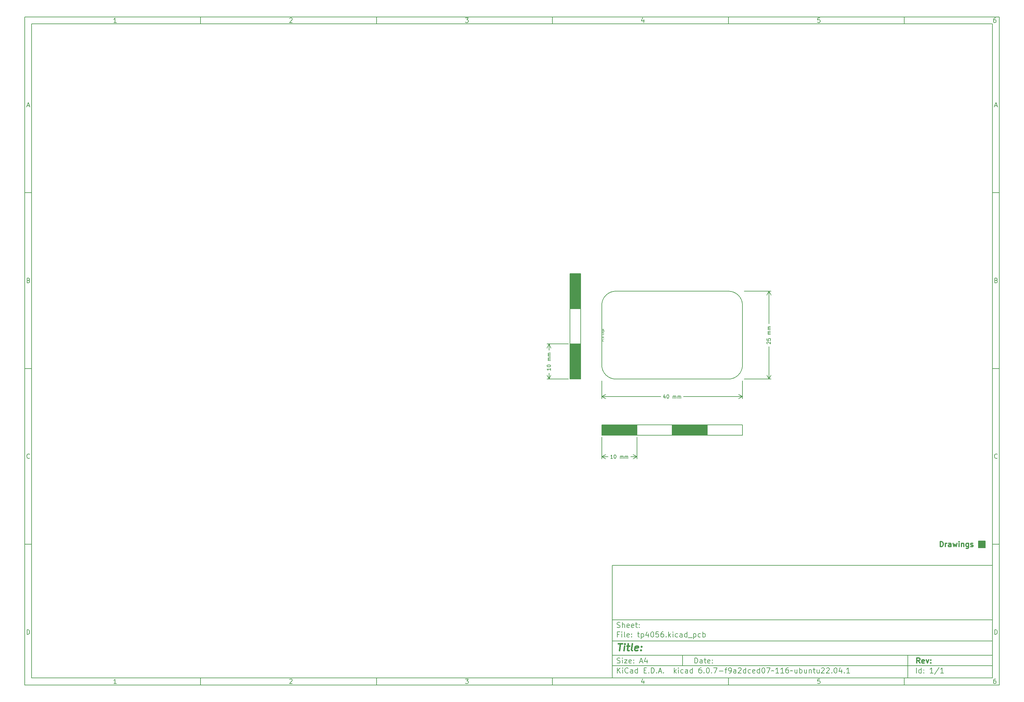
<source format=gbr>
%TF.GenerationSoftware,KiCad,Pcbnew,6.0.7-f9a2dced07~116~ubuntu22.04.1*%
%TF.CreationDate,2022-09-14T12:05:51-03:00*%
%TF.ProjectId,tp4056,74703430-3536-42e6-9b69-6361645f7063,rev?*%
%TF.SameCoordinates,Original*%
%TF.FileFunction,OtherDrawing,Comment*%
%FSLAX46Y46*%
G04 Gerber Fmt 4.6, Leading zero omitted, Abs format (unit mm)*
G04 Created by KiCad (PCBNEW 6.0.7-f9a2dced07~116~ubuntu22.04.1) date 2022-09-14 12:05:51*
%MOMM*%
%LPD*%
G01*
G04 APERTURE LIST*
%ADD10C,0.100000*%
%ADD11C,0.150000*%
%ADD12C,0.300000*%
%ADD13C,0.400000*%
%ADD14C,0.080000*%
%TA.AperFunction,Profile*%
%ADD15C,0.150000*%
%TD*%
G04 APERTURE END LIST*
D10*
D11*
X177002200Y-166007200D02*
X177002200Y-198007200D01*
X285002200Y-198007200D01*
X285002200Y-166007200D01*
X177002200Y-166007200D01*
D10*
D11*
X10000000Y-10000000D02*
X10000000Y-200007200D01*
X287002200Y-200007200D01*
X287002200Y-10000000D01*
X10000000Y-10000000D01*
D10*
D11*
X12000000Y-12000000D02*
X12000000Y-198007200D01*
X285002200Y-198007200D01*
X285002200Y-12000000D01*
X12000000Y-12000000D01*
D10*
D11*
X60000000Y-12000000D02*
X60000000Y-10000000D01*
D10*
D11*
X110000000Y-12000000D02*
X110000000Y-10000000D01*
D10*
D11*
X160000000Y-12000000D02*
X160000000Y-10000000D01*
D10*
D11*
X210000000Y-12000000D02*
X210000000Y-10000000D01*
D10*
D11*
X260000000Y-12000000D02*
X260000000Y-10000000D01*
D10*
D11*
X36065476Y-11588095D02*
X35322619Y-11588095D01*
X35694047Y-11588095D02*
X35694047Y-10288095D01*
X35570238Y-10473809D01*
X35446428Y-10597619D01*
X35322619Y-10659523D01*
D10*
D11*
X85322619Y-10411904D02*
X85384523Y-10350000D01*
X85508333Y-10288095D01*
X85817857Y-10288095D01*
X85941666Y-10350000D01*
X86003571Y-10411904D01*
X86065476Y-10535714D01*
X86065476Y-10659523D01*
X86003571Y-10845238D01*
X85260714Y-11588095D01*
X86065476Y-11588095D01*
D10*
D11*
X135260714Y-10288095D02*
X136065476Y-10288095D01*
X135632142Y-10783333D01*
X135817857Y-10783333D01*
X135941666Y-10845238D01*
X136003571Y-10907142D01*
X136065476Y-11030952D01*
X136065476Y-11340476D01*
X136003571Y-11464285D01*
X135941666Y-11526190D01*
X135817857Y-11588095D01*
X135446428Y-11588095D01*
X135322619Y-11526190D01*
X135260714Y-11464285D01*
D10*
D11*
X185941666Y-10721428D02*
X185941666Y-11588095D01*
X185632142Y-10226190D02*
X185322619Y-11154761D01*
X186127380Y-11154761D01*
D10*
D11*
X236003571Y-10288095D02*
X235384523Y-10288095D01*
X235322619Y-10907142D01*
X235384523Y-10845238D01*
X235508333Y-10783333D01*
X235817857Y-10783333D01*
X235941666Y-10845238D01*
X236003571Y-10907142D01*
X236065476Y-11030952D01*
X236065476Y-11340476D01*
X236003571Y-11464285D01*
X235941666Y-11526190D01*
X235817857Y-11588095D01*
X235508333Y-11588095D01*
X235384523Y-11526190D01*
X235322619Y-11464285D01*
D10*
D11*
X285941666Y-10288095D02*
X285694047Y-10288095D01*
X285570238Y-10350000D01*
X285508333Y-10411904D01*
X285384523Y-10597619D01*
X285322619Y-10845238D01*
X285322619Y-11340476D01*
X285384523Y-11464285D01*
X285446428Y-11526190D01*
X285570238Y-11588095D01*
X285817857Y-11588095D01*
X285941666Y-11526190D01*
X286003571Y-11464285D01*
X286065476Y-11340476D01*
X286065476Y-11030952D01*
X286003571Y-10907142D01*
X285941666Y-10845238D01*
X285817857Y-10783333D01*
X285570238Y-10783333D01*
X285446428Y-10845238D01*
X285384523Y-10907142D01*
X285322619Y-11030952D01*
D10*
D11*
X60000000Y-198007200D02*
X60000000Y-200007200D01*
D10*
D11*
X110000000Y-198007200D02*
X110000000Y-200007200D01*
D10*
D11*
X160000000Y-198007200D02*
X160000000Y-200007200D01*
D10*
D11*
X210000000Y-198007200D02*
X210000000Y-200007200D01*
D10*
D11*
X260000000Y-198007200D02*
X260000000Y-200007200D01*
D10*
D11*
X36065476Y-199595295D02*
X35322619Y-199595295D01*
X35694047Y-199595295D02*
X35694047Y-198295295D01*
X35570238Y-198481009D01*
X35446428Y-198604819D01*
X35322619Y-198666723D01*
D10*
D11*
X85322619Y-198419104D02*
X85384523Y-198357200D01*
X85508333Y-198295295D01*
X85817857Y-198295295D01*
X85941666Y-198357200D01*
X86003571Y-198419104D01*
X86065476Y-198542914D01*
X86065476Y-198666723D01*
X86003571Y-198852438D01*
X85260714Y-199595295D01*
X86065476Y-199595295D01*
D10*
D11*
X135260714Y-198295295D02*
X136065476Y-198295295D01*
X135632142Y-198790533D01*
X135817857Y-198790533D01*
X135941666Y-198852438D01*
X136003571Y-198914342D01*
X136065476Y-199038152D01*
X136065476Y-199347676D01*
X136003571Y-199471485D01*
X135941666Y-199533390D01*
X135817857Y-199595295D01*
X135446428Y-199595295D01*
X135322619Y-199533390D01*
X135260714Y-199471485D01*
D10*
D11*
X185941666Y-198728628D02*
X185941666Y-199595295D01*
X185632142Y-198233390D02*
X185322619Y-199161961D01*
X186127380Y-199161961D01*
D10*
D11*
X236003571Y-198295295D02*
X235384523Y-198295295D01*
X235322619Y-198914342D01*
X235384523Y-198852438D01*
X235508333Y-198790533D01*
X235817857Y-198790533D01*
X235941666Y-198852438D01*
X236003571Y-198914342D01*
X236065476Y-199038152D01*
X236065476Y-199347676D01*
X236003571Y-199471485D01*
X235941666Y-199533390D01*
X235817857Y-199595295D01*
X235508333Y-199595295D01*
X235384523Y-199533390D01*
X235322619Y-199471485D01*
D10*
D11*
X285941666Y-198295295D02*
X285694047Y-198295295D01*
X285570238Y-198357200D01*
X285508333Y-198419104D01*
X285384523Y-198604819D01*
X285322619Y-198852438D01*
X285322619Y-199347676D01*
X285384523Y-199471485D01*
X285446428Y-199533390D01*
X285570238Y-199595295D01*
X285817857Y-199595295D01*
X285941666Y-199533390D01*
X286003571Y-199471485D01*
X286065476Y-199347676D01*
X286065476Y-199038152D01*
X286003571Y-198914342D01*
X285941666Y-198852438D01*
X285817857Y-198790533D01*
X285570238Y-198790533D01*
X285446428Y-198852438D01*
X285384523Y-198914342D01*
X285322619Y-199038152D01*
D10*
D11*
X10000000Y-60000000D02*
X12000000Y-60000000D01*
D10*
D11*
X10000000Y-110000000D02*
X12000000Y-110000000D01*
D10*
D11*
X10000000Y-160000000D02*
X12000000Y-160000000D01*
D10*
D11*
X10690476Y-35216666D02*
X11309523Y-35216666D01*
X10566666Y-35588095D02*
X11000000Y-34288095D01*
X11433333Y-35588095D01*
D10*
D11*
X11092857Y-84907142D02*
X11278571Y-84969047D01*
X11340476Y-85030952D01*
X11402380Y-85154761D01*
X11402380Y-85340476D01*
X11340476Y-85464285D01*
X11278571Y-85526190D01*
X11154761Y-85588095D01*
X10659523Y-85588095D01*
X10659523Y-84288095D01*
X11092857Y-84288095D01*
X11216666Y-84350000D01*
X11278571Y-84411904D01*
X11340476Y-84535714D01*
X11340476Y-84659523D01*
X11278571Y-84783333D01*
X11216666Y-84845238D01*
X11092857Y-84907142D01*
X10659523Y-84907142D01*
D10*
D11*
X11402380Y-135464285D02*
X11340476Y-135526190D01*
X11154761Y-135588095D01*
X11030952Y-135588095D01*
X10845238Y-135526190D01*
X10721428Y-135402380D01*
X10659523Y-135278571D01*
X10597619Y-135030952D01*
X10597619Y-134845238D01*
X10659523Y-134597619D01*
X10721428Y-134473809D01*
X10845238Y-134350000D01*
X11030952Y-134288095D01*
X11154761Y-134288095D01*
X11340476Y-134350000D01*
X11402380Y-134411904D01*
D10*
D11*
X10659523Y-185588095D02*
X10659523Y-184288095D01*
X10969047Y-184288095D01*
X11154761Y-184350000D01*
X11278571Y-184473809D01*
X11340476Y-184597619D01*
X11402380Y-184845238D01*
X11402380Y-185030952D01*
X11340476Y-185278571D01*
X11278571Y-185402380D01*
X11154761Y-185526190D01*
X10969047Y-185588095D01*
X10659523Y-185588095D01*
D10*
D11*
X287002200Y-60000000D02*
X285002200Y-60000000D01*
D10*
D11*
X287002200Y-110000000D02*
X285002200Y-110000000D01*
D10*
D11*
X287002200Y-160000000D02*
X285002200Y-160000000D01*
D10*
D11*
X285692676Y-35216666D02*
X286311723Y-35216666D01*
X285568866Y-35588095D02*
X286002200Y-34288095D01*
X286435533Y-35588095D01*
D10*
D11*
X286095057Y-84907142D02*
X286280771Y-84969047D01*
X286342676Y-85030952D01*
X286404580Y-85154761D01*
X286404580Y-85340476D01*
X286342676Y-85464285D01*
X286280771Y-85526190D01*
X286156961Y-85588095D01*
X285661723Y-85588095D01*
X285661723Y-84288095D01*
X286095057Y-84288095D01*
X286218866Y-84350000D01*
X286280771Y-84411904D01*
X286342676Y-84535714D01*
X286342676Y-84659523D01*
X286280771Y-84783333D01*
X286218866Y-84845238D01*
X286095057Y-84907142D01*
X285661723Y-84907142D01*
D10*
D11*
X286404580Y-135464285D02*
X286342676Y-135526190D01*
X286156961Y-135588095D01*
X286033152Y-135588095D01*
X285847438Y-135526190D01*
X285723628Y-135402380D01*
X285661723Y-135278571D01*
X285599819Y-135030952D01*
X285599819Y-134845238D01*
X285661723Y-134597619D01*
X285723628Y-134473809D01*
X285847438Y-134350000D01*
X286033152Y-134288095D01*
X286156961Y-134288095D01*
X286342676Y-134350000D01*
X286404580Y-134411904D01*
D10*
D11*
X285661723Y-185588095D02*
X285661723Y-184288095D01*
X285971247Y-184288095D01*
X286156961Y-184350000D01*
X286280771Y-184473809D01*
X286342676Y-184597619D01*
X286404580Y-184845238D01*
X286404580Y-185030952D01*
X286342676Y-185278571D01*
X286280771Y-185402380D01*
X286156961Y-185526190D01*
X285971247Y-185588095D01*
X285661723Y-185588095D01*
D10*
D11*
X200434342Y-193785771D02*
X200434342Y-192285771D01*
X200791485Y-192285771D01*
X201005771Y-192357200D01*
X201148628Y-192500057D01*
X201220057Y-192642914D01*
X201291485Y-192928628D01*
X201291485Y-193142914D01*
X201220057Y-193428628D01*
X201148628Y-193571485D01*
X201005771Y-193714342D01*
X200791485Y-193785771D01*
X200434342Y-193785771D01*
X202577200Y-193785771D02*
X202577200Y-193000057D01*
X202505771Y-192857200D01*
X202362914Y-192785771D01*
X202077200Y-192785771D01*
X201934342Y-192857200D01*
X202577200Y-193714342D02*
X202434342Y-193785771D01*
X202077200Y-193785771D01*
X201934342Y-193714342D01*
X201862914Y-193571485D01*
X201862914Y-193428628D01*
X201934342Y-193285771D01*
X202077200Y-193214342D01*
X202434342Y-193214342D01*
X202577200Y-193142914D01*
X203077200Y-192785771D02*
X203648628Y-192785771D01*
X203291485Y-192285771D02*
X203291485Y-193571485D01*
X203362914Y-193714342D01*
X203505771Y-193785771D01*
X203648628Y-193785771D01*
X204720057Y-193714342D02*
X204577200Y-193785771D01*
X204291485Y-193785771D01*
X204148628Y-193714342D01*
X204077200Y-193571485D01*
X204077200Y-193000057D01*
X204148628Y-192857200D01*
X204291485Y-192785771D01*
X204577200Y-192785771D01*
X204720057Y-192857200D01*
X204791485Y-193000057D01*
X204791485Y-193142914D01*
X204077200Y-193285771D01*
X205434342Y-193642914D02*
X205505771Y-193714342D01*
X205434342Y-193785771D01*
X205362914Y-193714342D01*
X205434342Y-193642914D01*
X205434342Y-193785771D01*
X205434342Y-192857200D02*
X205505771Y-192928628D01*
X205434342Y-193000057D01*
X205362914Y-192928628D01*
X205434342Y-192857200D01*
X205434342Y-193000057D01*
D10*
D11*
X177002200Y-194507200D02*
X285002200Y-194507200D01*
D10*
D11*
X178434342Y-196585771D02*
X178434342Y-195085771D01*
X179291485Y-196585771D02*
X178648628Y-195728628D01*
X179291485Y-195085771D02*
X178434342Y-195942914D01*
X179934342Y-196585771D02*
X179934342Y-195585771D01*
X179934342Y-195085771D02*
X179862914Y-195157200D01*
X179934342Y-195228628D01*
X180005771Y-195157200D01*
X179934342Y-195085771D01*
X179934342Y-195228628D01*
X181505771Y-196442914D02*
X181434342Y-196514342D01*
X181220057Y-196585771D01*
X181077200Y-196585771D01*
X180862914Y-196514342D01*
X180720057Y-196371485D01*
X180648628Y-196228628D01*
X180577200Y-195942914D01*
X180577200Y-195728628D01*
X180648628Y-195442914D01*
X180720057Y-195300057D01*
X180862914Y-195157200D01*
X181077200Y-195085771D01*
X181220057Y-195085771D01*
X181434342Y-195157200D01*
X181505771Y-195228628D01*
X182791485Y-196585771D02*
X182791485Y-195800057D01*
X182720057Y-195657200D01*
X182577200Y-195585771D01*
X182291485Y-195585771D01*
X182148628Y-195657200D01*
X182791485Y-196514342D02*
X182648628Y-196585771D01*
X182291485Y-196585771D01*
X182148628Y-196514342D01*
X182077200Y-196371485D01*
X182077200Y-196228628D01*
X182148628Y-196085771D01*
X182291485Y-196014342D01*
X182648628Y-196014342D01*
X182791485Y-195942914D01*
X184148628Y-196585771D02*
X184148628Y-195085771D01*
X184148628Y-196514342D02*
X184005771Y-196585771D01*
X183720057Y-196585771D01*
X183577200Y-196514342D01*
X183505771Y-196442914D01*
X183434342Y-196300057D01*
X183434342Y-195871485D01*
X183505771Y-195728628D01*
X183577200Y-195657200D01*
X183720057Y-195585771D01*
X184005771Y-195585771D01*
X184148628Y-195657200D01*
X186005771Y-195800057D02*
X186505771Y-195800057D01*
X186720057Y-196585771D02*
X186005771Y-196585771D01*
X186005771Y-195085771D01*
X186720057Y-195085771D01*
X187362914Y-196442914D02*
X187434342Y-196514342D01*
X187362914Y-196585771D01*
X187291485Y-196514342D01*
X187362914Y-196442914D01*
X187362914Y-196585771D01*
X188077200Y-196585771D02*
X188077200Y-195085771D01*
X188434342Y-195085771D01*
X188648628Y-195157200D01*
X188791485Y-195300057D01*
X188862914Y-195442914D01*
X188934342Y-195728628D01*
X188934342Y-195942914D01*
X188862914Y-196228628D01*
X188791485Y-196371485D01*
X188648628Y-196514342D01*
X188434342Y-196585771D01*
X188077200Y-196585771D01*
X189577200Y-196442914D02*
X189648628Y-196514342D01*
X189577200Y-196585771D01*
X189505771Y-196514342D01*
X189577200Y-196442914D01*
X189577200Y-196585771D01*
X190220057Y-196157200D02*
X190934342Y-196157200D01*
X190077200Y-196585771D02*
X190577200Y-195085771D01*
X191077200Y-196585771D01*
X191577200Y-196442914D02*
X191648628Y-196514342D01*
X191577200Y-196585771D01*
X191505771Y-196514342D01*
X191577200Y-196442914D01*
X191577200Y-196585771D01*
X194577200Y-196585771D02*
X194577200Y-195085771D01*
X194720057Y-196014342D02*
X195148628Y-196585771D01*
X195148628Y-195585771D02*
X194577200Y-196157200D01*
X195791485Y-196585771D02*
X195791485Y-195585771D01*
X195791485Y-195085771D02*
X195720057Y-195157200D01*
X195791485Y-195228628D01*
X195862914Y-195157200D01*
X195791485Y-195085771D01*
X195791485Y-195228628D01*
X197148628Y-196514342D02*
X197005771Y-196585771D01*
X196720057Y-196585771D01*
X196577200Y-196514342D01*
X196505771Y-196442914D01*
X196434342Y-196300057D01*
X196434342Y-195871485D01*
X196505771Y-195728628D01*
X196577200Y-195657200D01*
X196720057Y-195585771D01*
X197005771Y-195585771D01*
X197148628Y-195657200D01*
X198434342Y-196585771D02*
X198434342Y-195800057D01*
X198362914Y-195657200D01*
X198220057Y-195585771D01*
X197934342Y-195585771D01*
X197791485Y-195657200D01*
X198434342Y-196514342D02*
X198291485Y-196585771D01*
X197934342Y-196585771D01*
X197791485Y-196514342D01*
X197720057Y-196371485D01*
X197720057Y-196228628D01*
X197791485Y-196085771D01*
X197934342Y-196014342D01*
X198291485Y-196014342D01*
X198434342Y-195942914D01*
X199791485Y-196585771D02*
X199791485Y-195085771D01*
X199791485Y-196514342D02*
X199648628Y-196585771D01*
X199362914Y-196585771D01*
X199220057Y-196514342D01*
X199148628Y-196442914D01*
X199077200Y-196300057D01*
X199077200Y-195871485D01*
X199148628Y-195728628D01*
X199220057Y-195657200D01*
X199362914Y-195585771D01*
X199648628Y-195585771D01*
X199791485Y-195657200D01*
X202291485Y-195085771D02*
X202005771Y-195085771D01*
X201862914Y-195157200D01*
X201791485Y-195228628D01*
X201648628Y-195442914D01*
X201577200Y-195728628D01*
X201577200Y-196300057D01*
X201648628Y-196442914D01*
X201720057Y-196514342D01*
X201862914Y-196585771D01*
X202148628Y-196585771D01*
X202291485Y-196514342D01*
X202362914Y-196442914D01*
X202434342Y-196300057D01*
X202434342Y-195942914D01*
X202362914Y-195800057D01*
X202291485Y-195728628D01*
X202148628Y-195657200D01*
X201862914Y-195657200D01*
X201720057Y-195728628D01*
X201648628Y-195800057D01*
X201577200Y-195942914D01*
X203077200Y-196442914D02*
X203148628Y-196514342D01*
X203077200Y-196585771D01*
X203005771Y-196514342D01*
X203077200Y-196442914D01*
X203077200Y-196585771D01*
X204077200Y-195085771D02*
X204220057Y-195085771D01*
X204362914Y-195157200D01*
X204434342Y-195228628D01*
X204505771Y-195371485D01*
X204577200Y-195657200D01*
X204577200Y-196014342D01*
X204505771Y-196300057D01*
X204434342Y-196442914D01*
X204362914Y-196514342D01*
X204220057Y-196585771D01*
X204077200Y-196585771D01*
X203934342Y-196514342D01*
X203862914Y-196442914D01*
X203791485Y-196300057D01*
X203720057Y-196014342D01*
X203720057Y-195657200D01*
X203791485Y-195371485D01*
X203862914Y-195228628D01*
X203934342Y-195157200D01*
X204077200Y-195085771D01*
X205220057Y-196442914D02*
X205291485Y-196514342D01*
X205220057Y-196585771D01*
X205148628Y-196514342D01*
X205220057Y-196442914D01*
X205220057Y-196585771D01*
X205791485Y-195085771D02*
X206791485Y-195085771D01*
X206148628Y-196585771D01*
X207362914Y-196014342D02*
X208505771Y-196014342D01*
X209005771Y-195585771D02*
X209577200Y-195585771D01*
X209220057Y-196585771D02*
X209220057Y-195300057D01*
X209291485Y-195157200D01*
X209434342Y-195085771D01*
X209577200Y-195085771D01*
X210148628Y-196585771D02*
X210434342Y-196585771D01*
X210577200Y-196514342D01*
X210648628Y-196442914D01*
X210791485Y-196228628D01*
X210862914Y-195942914D01*
X210862914Y-195371485D01*
X210791485Y-195228628D01*
X210720057Y-195157200D01*
X210577200Y-195085771D01*
X210291485Y-195085771D01*
X210148628Y-195157200D01*
X210077200Y-195228628D01*
X210005771Y-195371485D01*
X210005771Y-195728628D01*
X210077200Y-195871485D01*
X210148628Y-195942914D01*
X210291485Y-196014342D01*
X210577200Y-196014342D01*
X210720057Y-195942914D01*
X210791485Y-195871485D01*
X210862914Y-195728628D01*
X212148628Y-196585771D02*
X212148628Y-195800057D01*
X212077200Y-195657200D01*
X211934342Y-195585771D01*
X211648628Y-195585771D01*
X211505771Y-195657200D01*
X212148628Y-196514342D02*
X212005771Y-196585771D01*
X211648628Y-196585771D01*
X211505771Y-196514342D01*
X211434342Y-196371485D01*
X211434342Y-196228628D01*
X211505771Y-196085771D01*
X211648628Y-196014342D01*
X212005771Y-196014342D01*
X212148628Y-195942914D01*
X212791485Y-195228628D02*
X212862914Y-195157200D01*
X213005771Y-195085771D01*
X213362914Y-195085771D01*
X213505771Y-195157200D01*
X213577200Y-195228628D01*
X213648628Y-195371485D01*
X213648628Y-195514342D01*
X213577200Y-195728628D01*
X212720057Y-196585771D01*
X213648628Y-196585771D01*
X214934342Y-196585771D02*
X214934342Y-195085771D01*
X214934342Y-196514342D02*
X214791485Y-196585771D01*
X214505771Y-196585771D01*
X214362914Y-196514342D01*
X214291485Y-196442914D01*
X214220057Y-196300057D01*
X214220057Y-195871485D01*
X214291485Y-195728628D01*
X214362914Y-195657200D01*
X214505771Y-195585771D01*
X214791485Y-195585771D01*
X214934342Y-195657200D01*
X216291485Y-196514342D02*
X216148628Y-196585771D01*
X215862914Y-196585771D01*
X215720057Y-196514342D01*
X215648628Y-196442914D01*
X215577200Y-196300057D01*
X215577200Y-195871485D01*
X215648628Y-195728628D01*
X215720057Y-195657200D01*
X215862914Y-195585771D01*
X216148628Y-195585771D01*
X216291485Y-195657200D01*
X217505771Y-196514342D02*
X217362914Y-196585771D01*
X217077200Y-196585771D01*
X216934342Y-196514342D01*
X216862914Y-196371485D01*
X216862914Y-195800057D01*
X216934342Y-195657200D01*
X217077200Y-195585771D01*
X217362914Y-195585771D01*
X217505771Y-195657200D01*
X217577200Y-195800057D01*
X217577200Y-195942914D01*
X216862914Y-196085771D01*
X218862914Y-196585771D02*
X218862914Y-195085771D01*
X218862914Y-196514342D02*
X218720057Y-196585771D01*
X218434342Y-196585771D01*
X218291485Y-196514342D01*
X218220057Y-196442914D01*
X218148628Y-196300057D01*
X218148628Y-195871485D01*
X218220057Y-195728628D01*
X218291485Y-195657200D01*
X218434342Y-195585771D01*
X218720057Y-195585771D01*
X218862914Y-195657200D01*
X219862914Y-195085771D02*
X220005771Y-195085771D01*
X220148628Y-195157200D01*
X220220057Y-195228628D01*
X220291485Y-195371485D01*
X220362914Y-195657200D01*
X220362914Y-196014342D01*
X220291485Y-196300057D01*
X220220057Y-196442914D01*
X220148628Y-196514342D01*
X220005771Y-196585771D01*
X219862914Y-196585771D01*
X219720057Y-196514342D01*
X219648628Y-196442914D01*
X219577200Y-196300057D01*
X219505771Y-196014342D01*
X219505771Y-195657200D01*
X219577200Y-195371485D01*
X219648628Y-195228628D01*
X219720057Y-195157200D01*
X219862914Y-195085771D01*
X220862914Y-195085771D02*
X221862914Y-195085771D01*
X221220057Y-196585771D01*
X222220057Y-196014342D02*
X222291485Y-195942914D01*
X222434342Y-195871485D01*
X222720057Y-196014342D01*
X222862914Y-195942914D01*
X222934342Y-195871485D01*
X224291485Y-196585771D02*
X223434342Y-196585771D01*
X223862914Y-196585771D02*
X223862914Y-195085771D01*
X223720057Y-195300057D01*
X223577200Y-195442914D01*
X223434342Y-195514342D01*
X225720057Y-196585771D02*
X224862914Y-196585771D01*
X225291485Y-196585771D02*
X225291485Y-195085771D01*
X225148628Y-195300057D01*
X225005771Y-195442914D01*
X224862914Y-195514342D01*
X227005771Y-195085771D02*
X226720057Y-195085771D01*
X226577200Y-195157200D01*
X226505771Y-195228628D01*
X226362914Y-195442914D01*
X226291485Y-195728628D01*
X226291485Y-196300057D01*
X226362914Y-196442914D01*
X226434342Y-196514342D01*
X226577200Y-196585771D01*
X226862914Y-196585771D01*
X227005771Y-196514342D01*
X227077200Y-196442914D01*
X227148628Y-196300057D01*
X227148628Y-195942914D01*
X227077200Y-195800057D01*
X227005771Y-195728628D01*
X226862914Y-195657200D01*
X226577200Y-195657200D01*
X226434342Y-195728628D01*
X226362914Y-195800057D01*
X226291485Y-195942914D01*
X227577199Y-196014342D02*
X227648628Y-195942914D01*
X227791485Y-195871485D01*
X228077199Y-196014342D01*
X228220057Y-195942914D01*
X228291485Y-195871485D01*
X229505771Y-195585771D02*
X229505771Y-196585771D01*
X228862914Y-195585771D02*
X228862914Y-196371485D01*
X228934342Y-196514342D01*
X229077200Y-196585771D01*
X229291485Y-196585771D01*
X229434342Y-196514342D01*
X229505771Y-196442914D01*
X230220057Y-196585771D02*
X230220057Y-195085771D01*
X230220057Y-195657200D02*
X230362914Y-195585771D01*
X230648628Y-195585771D01*
X230791485Y-195657200D01*
X230862914Y-195728628D01*
X230934342Y-195871485D01*
X230934342Y-196300057D01*
X230862914Y-196442914D01*
X230791485Y-196514342D01*
X230648628Y-196585771D01*
X230362914Y-196585771D01*
X230220057Y-196514342D01*
X232220057Y-195585771D02*
X232220057Y-196585771D01*
X231577200Y-195585771D02*
X231577200Y-196371485D01*
X231648628Y-196514342D01*
X231791485Y-196585771D01*
X232005771Y-196585771D01*
X232148628Y-196514342D01*
X232220057Y-196442914D01*
X232934342Y-195585771D02*
X232934342Y-196585771D01*
X232934342Y-195728628D02*
X233005771Y-195657200D01*
X233148628Y-195585771D01*
X233362914Y-195585771D01*
X233505771Y-195657200D01*
X233577200Y-195800057D01*
X233577200Y-196585771D01*
X234077200Y-195585771D02*
X234648628Y-195585771D01*
X234291485Y-195085771D02*
X234291485Y-196371485D01*
X234362914Y-196514342D01*
X234505771Y-196585771D01*
X234648628Y-196585771D01*
X235791485Y-195585771D02*
X235791485Y-196585771D01*
X235148628Y-195585771D02*
X235148628Y-196371485D01*
X235220057Y-196514342D01*
X235362914Y-196585771D01*
X235577200Y-196585771D01*
X235720057Y-196514342D01*
X235791485Y-196442914D01*
X236434342Y-195228628D02*
X236505771Y-195157200D01*
X236648628Y-195085771D01*
X237005771Y-195085771D01*
X237148628Y-195157200D01*
X237220057Y-195228628D01*
X237291485Y-195371485D01*
X237291485Y-195514342D01*
X237220057Y-195728628D01*
X236362914Y-196585771D01*
X237291485Y-196585771D01*
X237862914Y-195228628D02*
X237934342Y-195157200D01*
X238077200Y-195085771D01*
X238434342Y-195085771D01*
X238577200Y-195157200D01*
X238648628Y-195228628D01*
X238720057Y-195371485D01*
X238720057Y-195514342D01*
X238648628Y-195728628D01*
X237791485Y-196585771D01*
X238720057Y-196585771D01*
X239362914Y-196442914D02*
X239434342Y-196514342D01*
X239362914Y-196585771D01*
X239291485Y-196514342D01*
X239362914Y-196442914D01*
X239362914Y-196585771D01*
X240362914Y-195085771D02*
X240505771Y-195085771D01*
X240648628Y-195157200D01*
X240720057Y-195228628D01*
X240791485Y-195371485D01*
X240862914Y-195657200D01*
X240862914Y-196014342D01*
X240791485Y-196300057D01*
X240720057Y-196442914D01*
X240648628Y-196514342D01*
X240505771Y-196585771D01*
X240362914Y-196585771D01*
X240220057Y-196514342D01*
X240148628Y-196442914D01*
X240077200Y-196300057D01*
X240005771Y-196014342D01*
X240005771Y-195657200D01*
X240077200Y-195371485D01*
X240148628Y-195228628D01*
X240220057Y-195157200D01*
X240362914Y-195085771D01*
X242148628Y-195585771D02*
X242148628Y-196585771D01*
X241791485Y-195014342D02*
X241434342Y-196085771D01*
X242362914Y-196085771D01*
X242934342Y-196442914D02*
X243005771Y-196514342D01*
X242934342Y-196585771D01*
X242862914Y-196514342D01*
X242934342Y-196442914D01*
X242934342Y-196585771D01*
X244434342Y-196585771D02*
X243577199Y-196585771D01*
X244005771Y-196585771D02*
X244005771Y-195085771D01*
X243862914Y-195300057D01*
X243720057Y-195442914D01*
X243577199Y-195514342D01*
D10*
D11*
X177002200Y-191507200D02*
X285002200Y-191507200D01*
D10*
D12*
X264411485Y-193785771D02*
X263911485Y-193071485D01*
X263554342Y-193785771D02*
X263554342Y-192285771D01*
X264125771Y-192285771D01*
X264268628Y-192357200D01*
X264340057Y-192428628D01*
X264411485Y-192571485D01*
X264411485Y-192785771D01*
X264340057Y-192928628D01*
X264268628Y-193000057D01*
X264125771Y-193071485D01*
X263554342Y-193071485D01*
X265625771Y-193714342D02*
X265482914Y-193785771D01*
X265197200Y-193785771D01*
X265054342Y-193714342D01*
X264982914Y-193571485D01*
X264982914Y-193000057D01*
X265054342Y-192857200D01*
X265197200Y-192785771D01*
X265482914Y-192785771D01*
X265625771Y-192857200D01*
X265697200Y-193000057D01*
X265697200Y-193142914D01*
X264982914Y-193285771D01*
X266197200Y-192785771D02*
X266554342Y-193785771D01*
X266911485Y-192785771D01*
X267482914Y-193642914D02*
X267554342Y-193714342D01*
X267482914Y-193785771D01*
X267411485Y-193714342D01*
X267482914Y-193642914D01*
X267482914Y-193785771D01*
X267482914Y-192857200D02*
X267554342Y-192928628D01*
X267482914Y-193000057D01*
X267411485Y-192928628D01*
X267482914Y-192857200D01*
X267482914Y-193000057D01*
D10*
D11*
X178362914Y-193714342D02*
X178577200Y-193785771D01*
X178934342Y-193785771D01*
X179077200Y-193714342D01*
X179148628Y-193642914D01*
X179220057Y-193500057D01*
X179220057Y-193357200D01*
X179148628Y-193214342D01*
X179077200Y-193142914D01*
X178934342Y-193071485D01*
X178648628Y-193000057D01*
X178505771Y-192928628D01*
X178434342Y-192857200D01*
X178362914Y-192714342D01*
X178362914Y-192571485D01*
X178434342Y-192428628D01*
X178505771Y-192357200D01*
X178648628Y-192285771D01*
X179005771Y-192285771D01*
X179220057Y-192357200D01*
X179862914Y-193785771D02*
X179862914Y-192785771D01*
X179862914Y-192285771D02*
X179791485Y-192357200D01*
X179862914Y-192428628D01*
X179934342Y-192357200D01*
X179862914Y-192285771D01*
X179862914Y-192428628D01*
X180434342Y-192785771D02*
X181220057Y-192785771D01*
X180434342Y-193785771D01*
X181220057Y-193785771D01*
X182362914Y-193714342D02*
X182220057Y-193785771D01*
X181934342Y-193785771D01*
X181791485Y-193714342D01*
X181720057Y-193571485D01*
X181720057Y-193000057D01*
X181791485Y-192857200D01*
X181934342Y-192785771D01*
X182220057Y-192785771D01*
X182362914Y-192857200D01*
X182434342Y-193000057D01*
X182434342Y-193142914D01*
X181720057Y-193285771D01*
X183077200Y-193642914D02*
X183148628Y-193714342D01*
X183077200Y-193785771D01*
X183005771Y-193714342D01*
X183077200Y-193642914D01*
X183077200Y-193785771D01*
X183077200Y-192857200D02*
X183148628Y-192928628D01*
X183077200Y-193000057D01*
X183005771Y-192928628D01*
X183077200Y-192857200D01*
X183077200Y-193000057D01*
X184862914Y-193357200D02*
X185577200Y-193357200D01*
X184720057Y-193785771D02*
X185220057Y-192285771D01*
X185720057Y-193785771D01*
X186862914Y-192785771D02*
X186862914Y-193785771D01*
X186505771Y-192214342D02*
X186148628Y-193285771D01*
X187077200Y-193285771D01*
D10*
D11*
X263434342Y-196585771D02*
X263434342Y-195085771D01*
X264791485Y-196585771D02*
X264791485Y-195085771D01*
X264791485Y-196514342D02*
X264648628Y-196585771D01*
X264362914Y-196585771D01*
X264220057Y-196514342D01*
X264148628Y-196442914D01*
X264077200Y-196300057D01*
X264077200Y-195871485D01*
X264148628Y-195728628D01*
X264220057Y-195657200D01*
X264362914Y-195585771D01*
X264648628Y-195585771D01*
X264791485Y-195657200D01*
X265505771Y-196442914D02*
X265577200Y-196514342D01*
X265505771Y-196585771D01*
X265434342Y-196514342D01*
X265505771Y-196442914D01*
X265505771Y-196585771D01*
X265505771Y-195657200D02*
X265577200Y-195728628D01*
X265505771Y-195800057D01*
X265434342Y-195728628D01*
X265505771Y-195657200D01*
X265505771Y-195800057D01*
X268148628Y-196585771D02*
X267291485Y-196585771D01*
X267720057Y-196585771D02*
X267720057Y-195085771D01*
X267577200Y-195300057D01*
X267434342Y-195442914D01*
X267291485Y-195514342D01*
X269862914Y-195014342D02*
X268577200Y-196942914D01*
X271148628Y-196585771D02*
X270291485Y-196585771D01*
X270720057Y-196585771D02*
X270720057Y-195085771D01*
X270577200Y-195300057D01*
X270434342Y-195442914D01*
X270291485Y-195514342D01*
D10*
D11*
X177002200Y-187507200D02*
X285002200Y-187507200D01*
D10*
D13*
X178714580Y-188211961D02*
X179857438Y-188211961D01*
X179036009Y-190211961D02*
X179286009Y-188211961D01*
X180274104Y-190211961D02*
X180440771Y-188878628D01*
X180524104Y-188211961D02*
X180416961Y-188307200D01*
X180500295Y-188402438D01*
X180607438Y-188307200D01*
X180524104Y-188211961D01*
X180500295Y-188402438D01*
X181107438Y-188878628D02*
X181869342Y-188878628D01*
X181476485Y-188211961D02*
X181262200Y-189926247D01*
X181333628Y-190116723D01*
X181512200Y-190211961D01*
X181702676Y-190211961D01*
X182655057Y-190211961D02*
X182476485Y-190116723D01*
X182405057Y-189926247D01*
X182619342Y-188211961D01*
X184190771Y-190116723D02*
X183988390Y-190211961D01*
X183607438Y-190211961D01*
X183428866Y-190116723D01*
X183357438Y-189926247D01*
X183452676Y-189164342D01*
X183571723Y-188973866D01*
X183774104Y-188878628D01*
X184155057Y-188878628D01*
X184333628Y-188973866D01*
X184405057Y-189164342D01*
X184381247Y-189354819D01*
X183405057Y-189545295D01*
X185155057Y-190021485D02*
X185238390Y-190116723D01*
X185131247Y-190211961D01*
X185047914Y-190116723D01*
X185155057Y-190021485D01*
X185131247Y-190211961D01*
X185286009Y-188973866D02*
X185369342Y-189069104D01*
X185262200Y-189164342D01*
X185178866Y-189069104D01*
X185286009Y-188973866D01*
X185262200Y-189164342D01*
D10*
D11*
X178934342Y-185600057D02*
X178434342Y-185600057D01*
X178434342Y-186385771D02*
X178434342Y-184885771D01*
X179148628Y-184885771D01*
X179720057Y-186385771D02*
X179720057Y-185385771D01*
X179720057Y-184885771D02*
X179648628Y-184957200D01*
X179720057Y-185028628D01*
X179791485Y-184957200D01*
X179720057Y-184885771D01*
X179720057Y-185028628D01*
X180648628Y-186385771D02*
X180505771Y-186314342D01*
X180434342Y-186171485D01*
X180434342Y-184885771D01*
X181791485Y-186314342D02*
X181648628Y-186385771D01*
X181362914Y-186385771D01*
X181220057Y-186314342D01*
X181148628Y-186171485D01*
X181148628Y-185600057D01*
X181220057Y-185457200D01*
X181362914Y-185385771D01*
X181648628Y-185385771D01*
X181791485Y-185457200D01*
X181862914Y-185600057D01*
X181862914Y-185742914D01*
X181148628Y-185885771D01*
X182505771Y-186242914D02*
X182577200Y-186314342D01*
X182505771Y-186385771D01*
X182434342Y-186314342D01*
X182505771Y-186242914D01*
X182505771Y-186385771D01*
X182505771Y-185457200D02*
X182577200Y-185528628D01*
X182505771Y-185600057D01*
X182434342Y-185528628D01*
X182505771Y-185457200D01*
X182505771Y-185600057D01*
X184148628Y-185385771D02*
X184720057Y-185385771D01*
X184362914Y-184885771D02*
X184362914Y-186171485D01*
X184434342Y-186314342D01*
X184577200Y-186385771D01*
X184720057Y-186385771D01*
X185220057Y-185385771D02*
X185220057Y-186885771D01*
X185220057Y-185457200D02*
X185362914Y-185385771D01*
X185648628Y-185385771D01*
X185791485Y-185457200D01*
X185862914Y-185528628D01*
X185934342Y-185671485D01*
X185934342Y-186100057D01*
X185862914Y-186242914D01*
X185791485Y-186314342D01*
X185648628Y-186385771D01*
X185362914Y-186385771D01*
X185220057Y-186314342D01*
X187220057Y-185385771D02*
X187220057Y-186385771D01*
X186862914Y-184814342D02*
X186505771Y-185885771D01*
X187434342Y-185885771D01*
X188291485Y-184885771D02*
X188434342Y-184885771D01*
X188577200Y-184957200D01*
X188648628Y-185028628D01*
X188720057Y-185171485D01*
X188791485Y-185457200D01*
X188791485Y-185814342D01*
X188720057Y-186100057D01*
X188648628Y-186242914D01*
X188577200Y-186314342D01*
X188434342Y-186385771D01*
X188291485Y-186385771D01*
X188148628Y-186314342D01*
X188077200Y-186242914D01*
X188005771Y-186100057D01*
X187934342Y-185814342D01*
X187934342Y-185457200D01*
X188005771Y-185171485D01*
X188077200Y-185028628D01*
X188148628Y-184957200D01*
X188291485Y-184885771D01*
X190148628Y-184885771D02*
X189434342Y-184885771D01*
X189362914Y-185600057D01*
X189434342Y-185528628D01*
X189577200Y-185457200D01*
X189934342Y-185457200D01*
X190077200Y-185528628D01*
X190148628Y-185600057D01*
X190220057Y-185742914D01*
X190220057Y-186100057D01*
X190148628Y-186242914D01*
X190077200Y-186314342D01*
X189934342Y-186385771D01*
X189577200Y-186385771D01*
X189434342Y-186314342D01*
X189362914Y-186242914D01*
X191505771Y-184885771D02*
X191220057Y-184885771D01*
X191077200Y-184957200D01*
X191005771Y-185028628D01*
X190862914Y-185242914D01*
X190791485Y-185528628D01*
X190791485Y-186100057D01*
X190862914Y-186242914D01*
X190934342Y-186314342D01*
X191077200Y-186385771D01*
X191362914Y-186385771D01*
X191505771Y-186314342D01*
X191577200Y-186242914D01*
X191648628Y-186100057D01*
X191648628Y-185742914D01*
X191577200Y-185600057D01*
X191505771Y-185528628D01*
X191362914Y-185457200D01*
X191077200Y-185457200D01*
X190934342Y-185528628D01*
X190862914Y-185600057D01*
X190791485Y-185742914D01*
X192291485Y-186242914D02*
X192362914Y-186314342D01*
X192291485Y-186385771D01*
X192220057Y-186314342D01*
X192291485Y-186242914D01*
X192291485Y-186385771D01*
X193005771Y-186385771D02*
X193005771Y-184885771D01*
X193148628Y-185814342D02*
X193577200Y-186385771D01*
X193577200Y-185385771D02*
X193005771Y-185957200D01*
X194220057Y-186385771D02*
X194220057Y-185385771D01*
X194220057Y-184885771D02*
X194148628Y-184957200D01*
X194220057Y-185028628D01*
X194291485Y-184957200D01*
X194220057Y-184885771D01*
X194220057Y-185028628D01*
X195577200Y-186314342D02*
X195434342Y-186385771D01*
X195148628Y-186385771D01*
X195005771Y-186314342D01*
X194934342Y-186242914D01*
X194862914Y-186100057D01*
X194862914Y-185671485D01*
X194934342Y-185528628D01*
X195005771Y-185457200D01*
X195148628Y-185385771D01*
X195434342Y-185385771D01*
X195577200Y-185457200D01*
X196862914Y-186385771D02*
X196862914Y-185600057D01*
X196791485Y-185457200D01*
X196648628Y-185385771D01*
X196362914Y-185385771D01*
X196220057Y-185457200D01*
X196862914Y-186314342D02*
X196720057Y-186385771D01*
X196362914Y-186385771D01*
X196220057Y-186314342D01*
X196148628Y-186171485D01*
X196148628Y-186028628D01*
X196220057Y-185885771D01*
X196362914Y-185814342D01*
X196720057Y-185814342D01*
X196862914Y-185742914D01*
X198220057Y-186385771D02*
X198220057Y-184885771D01*
X198220057Y-186314342D02*
X198077200Y-186385771D01*
X197791485Y-186385771D01*
X197648628Y-186314342D01*
X197577200Y-186242914D01*
X197505771Y-186100057D01*
X197505771Y-185671485D01*
X197577200Y-185528628D01*
X197648628Y-185457200D01*
X197791485Y-185385771D01*
X198077200Y-185385771D01*
X198220057Y-185457200D01*
X198577200Y-186528628D02*
X199720057Y-186528628D01*
X200077200Y-185385771D02*
X200077200Y-186885771D01*
X200077200Y-185457200D02*
X200220057Y-185385771D01*
X200505771Y-185385771D01*
X200648628Y-185457200D01*
X200720057Y-185528628D01*
X200791485Y-185671485D01*
X200791485Y-186100057D01*
X200720057Y-186242914D01*
X200648628Y-186314342D01*
X200505771Y-186385771D01*
X200220057Y-186385771D01*
X200077200Y-186314342D01*
X202077200Y-186314342D02*
X201934342Y-186385771D01*
X201648628Y-186385771D01*
X201505771Y-186314342D01*
X201434342Y-186242914D01*
X201362914Y-186100057D01*
X201362914Y-185671485D01*
X201434342Y-185528628D01*
X201505771Y-185457200D01*
X201648628Y-185385771D01*
X201934342Y-185385771D01*
X202077200Y-185457200D01*
X202720057Y-186385771D02*
X202720057Y-184885771D01*
X202720057Y-185457200D02*
X202862914Y-185385771D01*
X203148628Y-185385771D01*
X203291485Y-185457200D01*
X203362914Y-185528628D01*
X203434342Y-185671485D01*
X203434342Y-186100057D01*
X203362914Y-186242914D01*
X203291485Y-186314342D01*
X203148628Y-186385771D01*
X202862914Y-186385771D01*
X202720057Y-186314342D01*
D10*
D11*
X177002200Y-181507200D02*
X285002200Y-181507200D01*
D10*
D11*
X178362914Y-183614342D02*
X178577200Y-183685771D01*
X178934342Y-183685771D01*
X179077200Y-183614342D01*
X179148628Y-183542914D01*
X179220057Y-183400057D01*
X179220057Y-183257200D01*
X179148628Y-183114342D01*
X179077200Y-183042914D01*
X178934342Y-182971485D01*
X178648628Y-182900057D01*
X178505771Y-182828628D01*
X178434342Y-182757200D01*
X178362914Y-182614342D01*
X178362914Y-182471485D01*
X178434342Y-182328628D01*
X178505771Y-182257200D01*
X178648628Y-182185771D01*
X179005771Y-182185771D01*
X179220057Y-182257200D01*
X179862914Y-183685771D02*
X179862914Y-182185771D01*
X180505771Y-183685771D02*
X180505771Y-182900057D01*
X180434342Y-182757200D01*
X180291485Y-182685771D01*
X180077200Y-182685771D01*
X179934342Y-182757200D01*
X179862914Y-182828628D01*
X181791485Y-183614342D02*
X181648628Y-183685771D01*
X181362914Y-183685771D01*
X181220057Y-183614342D01*
X181148628Y-183471485D01*
X181148628Y-182900057D01*
X181220057Y-182757200D01*
X181362914Y-182685771D01*
X181648628Y-182685771D01*
X181791485Y-182757200D01*
X181862914Y-182900057D01*
X181862914Y-183042914D01*
X181148628Y-183185771D01*
X183077200Y-183614342D02*
X182934342Y-183685771D01*
X182648628Y-183685771D01*
X182505771Y-183614342D01*
X182434342Y-183471485D01*
X182434342Y-182900057D01*
X182505771Y-182757200D01*
X182648628Y-182685771D01*
X182934342Y-182685771D01*
X183077200Y-182757200D01*
X183148628Y-182900057D01*
X183148628Y-183042914D01*
X182434342Y-183185771D01*
X183577200Y-182685771D02*
X184148628Y-182685771D01*
X183791485Y-182185771D02*
X183791485Y-183471485D01*
X183862914Y-183614342D01*
X184005771Y-183685771D01*
X184148628Y-183685771D01*
X184648628Y-183542914D02*
X184720057Y-183614342D01*
X184648628Y-183685771D01*
X184577200Y-183614342D01*
X184648628Y-183542914D01*
X184648628Y-183685771D01*
X184648628Y-182757200D02*
X184720057Y-182828628D01*
X184648628Y-182900057D01*
X184577200Y-182828628D01*
X184648628Y-182757200D01*
X184648628Y-182900057D01*
D10*
D12*
D10*
D11*
D10*
D11*
D10*
D11*
D10*
D11*
D10*
D11*
X197002200Y-191507200D02*
X197002200Y-194507200D01*
D10*
D11*
X261002200Y-191507200D02*
X261002200Y-198007200D01*
X281000000Y-161000000D02*
X283000000Y-161000000D01*
X283000000Y-161000000D02*
X283000000Y-159000000D01*
X283000000Y-159000000D02*
X281000000Y-159000000D01*
X281000000Y-159000000D02*
X281000000Y-161000000D01*
G36*
X281000000Y-161000000D02*
G01*
X283000000Y-161000000D01*
X283000000Y-159000000D01*
X281000000Y-159000000D01*
X281000000Y-161000000D01*
G37*
D12*
X270162142Y-160678571D02*
X270162142Y-159178571D01*
X270519285Y-159178571D01*
X270733571Y-159250000D01*
X270876428Y-159392857D01*
X270947857Y-159535714D01*
X271019285Y-159821428D01*
X271019285Y-160035714D01*
X270947857Y-160321428D01*
X270876428Y-160464285D01*
X270733571Y-160607142D01*
X270519285Y-160678571D01*
X270162142Y-160678571D01*
X271662142Y-160678571D02*
X271662142Y-159678571D01*
X271662142Y-159964285D02*
X271733571Y-159821428D01*
X271805000Y-159750000D01*
X271947857Y-159678571D01*
X272090714Y-159678571D01*
X273233571Y-160678571D02*
X273233571Y-159892857D01*
X273162142Y-159750000D01*
X273019285Y-159678571D01*
X272733571Y-159678571D01*
X272590714Y-159750000D01*
X273233571Y-160607142D02*
X273090714Y-160678571D01*
X272733571Y-160678571D01*
X272590714Y-160607142D01*
X272519285Y-160464285D01*
X272519285Y-160321428D01*
X272590714Y-160178571D01*
X272733571Y-160107142D01*
X273090714Y-160107142D01*
X273233571Y-160035714D01*
X273805000Y-159678571D02*
X274090714Y-160678571D01*
X274376428Y-159964285D01*
X274662142Y-160678571D01*
X274947857Y-159678571D01*
X275519285Y-160678571D02*
X275519285Y-159678571D01*
X275519285Y-159178571D02*
X275447857Y-159250000D01*
X275519285Y-159321428D01*
X275590714Y-159250000D01*
X275519285Y-159178571D01*
X275519285Y-159321428D01*
X276233571Y-159678571D02*
X276233571Y-160678571D01*
X276233571Y-159821428D02*
X276305000Y-159750000D01*
X276447857Y-159678571D01*
X276662142Y-159678571D01*
X276805000Y-159750000D01*
X276876428Y-159892857D01*
X276876428Y-160678571D01*
X278233571Y-159678571D02*
X278233571Y-160892857D01*
X278162142Y-161035714D01*
X278090714Y-161107142D01*
X277947857Y-161178571D01*
X277733571Y-161178571D01*
X277590714Y-161107142D01*
X278233571Y-160607142D02*
X278090714Y-160678571D01*
X277805000Y-160678571D01*
X277662142Y-160607142D01*
X277590714Y-160535714D01*
X277519285Y-160392857D01*
X277519285Y-159964285D01*
X277590714Y-159821428D01*
X277662142Y-159750000D01*
X277805000Y-159678571D01*
X278090714Y-159678571D01*
X278233571Y-159750000D01*
X278876428Y-160607142D02*
X279019285Y-160678571D01*
X279305000Y-160678571D01*
X279447857Y-160607142D01*
X279519285Y-160464285D01*
X279519285Y-160392857D01*
X279447857Y-160250000D01*
X279305000Y-160178571D01*
X279090714Y-160178571D01*
X278947857Y-160107142D01*
X278876428Y-159964285D01*
X278876428Y-159892857D01*
X278947857Y-159750000D01*
X279090714Y-159678571D01*
X279305000Y-159678571D01*
X279447857Y-159750000D01*
D11*
X204000000Y-126000000D02*
X214000000Y-126000000D01*
X214000000Y-126000000D02*
X214000000Y-129000000D01*
X214000000Y-129000000D02*
X204000000Y-129000000D01*
X204000000Y-129000000D02*
X204000000Y-126000000D01*
X204000000Y-126000000D02*
X204000000Y-129000000D01*
X165000000Y-103000000D02*
X168000000Y-103000000D01*
X168000000Y-93000000D02*
X165000000Y-93000000D01*
X165000000Y-93000000D02*
X168000000Y-93000000D01*
X168000000Y-93000000D02*
X168000000Y-83000000D01*
X168000000Y-83000000D02*
X165000000Y-83000000D01*
X165000000Y-83000000D02*
X165000000Y-93000000D01*
G36*
X165000000Y-93000000D02*
G01*
X168000000Y-93000000D01*
X168000000Y-83000000D01*
X165000000Y-83000000D01*
X165000000Y-93000000D01*
G37*
X184000000Y-126000000D02*
X184000000Y-129000000D01*
X194000000Y-129000000D02*
X194000000Y-126000000D01*
X174000000Y-126000000D02*
X184000000Y-126000000D01*
X184000000Y-126000000D02*
X184000000Y-129000000D01*
X184000000Y-129000000D02*
X174000000Y-129000000D01*
X174000000Y-129000000D02*
X174000000Y-126000000D01*
G36*
X174000000Y-126000000D02*
G01*
X184000000Y-126000000D01*
X184000000Y-129000000D01*
X174000000Y-129000000D01*
X174000000Y-126000000D01*
G37*
X184000000Y-126000000D02*
X194000000Y-126000000D01*
X194000000Y-126000000D02*
X194000000Y-129000000D01*
X194000000Y-129000000D02*
X184000000Y-129000000D01*
X184000000Y-129000000D02*
X184000000Y-126000000D01*
X165000000Y-103000000D02*
X168000000Y-103000000D01*
X168000000Y-103000000D02*
X168000000Y-93000000D01*
X168000000Y-93000000D02*
X165000000Y-93000000D01*
X165000000Y-93000000D02*
X165000000Y-103000000D01*
X165000000Y-113000000D02*
X168000000Y-113000000D01*
X168000000Y-113000000D02*
X168000000Y-103000000D01*
X168000000Y-103000000D02*
X165000000Y-103000000D01*
X165000000Y-103000000D02*
X165000000Y-113000000D01*
G36*
X165000000Y-113000000D02*
G01*
X168000000Y-113000000D01*
X168000000Y-103000000D01*
X165000000Y-103000000D01*
X165000000Y-113000000D01*
G37*
X194000000Y-126000000D02*
X204000000Y-126000000D01*
X204000000Y-126000000D02*
X204000000Y-129000000D01*
X204000000Y-129000000D02*
X194000000Y-129000000D01*
X194000000Y-129000000D02*
X194000000Y-126000000D01*
G36*
X194000000Y-126000000D02*
G01*
X204000000Y-126000000D01*
X204000000Y-129000000D01*
X194000000Y-129000000D01*
X194000000Y-126000000D01*
G37*
X221047619Y-102976190D02*
X221000000Y-102928571D01*
X220952380Y-102833333D01*
X220952380Y-102595238D01*
X221000000Y-102500000D01*
X221047619Y-102452380D01*
X221142857Y-102404761D01*
X221238095Y-102404761D01*
X221380952Y-102452380D01*
X221952380Y-103023809D01*
X221952380Y-102404761D01*
X220952380Y-101500000D02*
X220952380Y-101976190D01*
X221428571Y-102023809D01*
X221380952Y-101976190D01*
X221333333Y-101880952D01*
X221333333Y-101642857D01*
X221380952Y-101547619D01*
X221428571Y-101500000D01*
X221523809Y-101452380D01*
X221761904Y-101452380D01*
X221857142Y-101500000D01*
X221904761Y-101547619D01*
X221952380Y-101642857D01*
X221952380Y-101880952D01*
X221904761Y-101976190D01*
X221857142Y-102023809D01*
X221952380Y-100261904D02*
X221285714Y-100261904D01*
X221380952Y-100261904D02*
X221333333Y-100214285D01*
X221285714Y-100119047D01*
X221285714Y-99976190D01*
X221333333Y-99880952D01*
X221428571Y-99833333D01*
X221952380Y-99833333D01*
X221428571Y-99833333D02*
X221333333Y-99785714D01*
X221285714Y-99690476D01*
X221285714Y-99547619D01*
X221333333Y-99452380D01*
X221428571Y-99404761D01*
X221952380Y-99404761D01*
X221952380Y-98928571D02*
X221285714Y-98928571D01*
X221380952Y-98928571D02*
X221333333Y-98880952D01*
X221285714Y-98785714D01*
X221285714Y-98642857D01*
X221333333Y-98547619D01*
X221428571Y-98500000D01*
X221952380Y-98500000D01*
X221428571Y-98500000D02*
X221333333Y-98452380D01*
X221285714Y-98357142D01*
X221285714Y-98214285D01*
X221333333Y-98119047D01*
X221428571Y-98071428D01*
X221952380Y-98071428D01*
X214500000Y-113000000D02*
X222086420Y-113000000D01*
X222086420Y-88000000D02*
X214500000Y-88000000D01*
X221500000Y-113000000D02*
X221500000Y-103741666D01*
X221500000Y-97258333D02*
X221500000Y-88000000D01*
X221500000Y-113000000D02*
X222086421Y-111873496D01*
X221500000Y-113000000D02*
X220913579Y-111873496D01*
X221500000Y-88000000D02*
X220913579Y-89126504D01*
X221500000Y-88000000D02*
X222086421Y-89126504D01*
X159452380Y-109904761D02*
X159452380Y-110476190D01*
X159452380Y-110190476D02*
X158452380Y-110190476D01*
X158595238Y-110285714D01*
X158690476Y-110380952D01*
X158738095Y-110476190D01*
X158452380Y-109285714D02*
X158452380Y-109190476D01*
X158500000Y-109095238D01*
X158547619Y-109047619D01*
X158642857Y-109000000D01*
X158833333Y-108952380D01*
X159071428Y-108952380D01*
X159261904Y-109000000D01*
X159357142Y-109047619D01*
X159404761Y-109095238D01*
X159452380Y-109190476D01*
X159452380Y-109285714D01*
X159404761Y-109380952D01*
X159357142Y-109428571D01*
X159261904Y-109476190D01*
X159071428Y-109523809D01*
X158833333Y-109523809D01*
X158642857Y-109476190D01*
X158547619Y-109428571D01*
X158500000Y-109380952D01*
X158452380Y-109285714D01*
X159452380Y-107761904D02*
X158785714Y-107761904D01*
X158880952Y-107761904D02*
X158833333Y-107714285D01*
X158785714Y-107619047D01*
X158785714Y-107476190D01*
X158833333Y-107380952D01*
X158928571Y-107333333D01*
X159452380Y-107333333D01*
X158928571Y-107333333D02*
X158833333Y-107285714D01*
X158785714Y-107190476D01*
X158785714Y-107047619D01*
X158833333Y-106952380D01*
X158928571Y-106904761D01*
X159452380Y-106904761D01*
X159452380Y-106428571D02*
X158785714Y-106428571D01*
X158880952Y-106428571D02*
X158833333Y-106380952D01*
X158785714Y-106285714D01*
X158785714Y-106142857D01*
X158833333Y-106047619D01*
X158928571Y-106000000D01*
X159452380Y-106000000D01*
X158928571Y-106000000D02*
X158833333Y-105952380D01*
X158785714Y-105857142D01*
X158785714Y-105714285D01*
X158833333Y-105619047D01*
X158928571Y-105571428D01*
X159452380Y-105571428D01*
X164500000Y-113000000D02*
X158413580Y-113000000D01*
X158413580Y-103000000D02*
X164500000Y-103000000D01*
X159000000Y-113000000D02*
X159000000Y-111241666D01*
X159000000Y-104758333D02*
X159000000Y-103000000D01*
X159000000Y-113000000D02*
X159586421Y-111873496D01*
X159000000Y-113000000D02*
X158413579Y-111873496D01*
X159000000Y-103000000D02*
X158413579Y-104126504D01*
X159000000Y-103000000D02*
X159586421Y-104126504D01*
X177095238Y-135539880D02*
X176523809Y-135539880D01*
X176809523Y-135539880D02*
X176809523Y-134539880D01*
X176714285Y-134682738D01*
X176619047Y-134777976D01*
X176523809Y-134825595D01*
X177714285Y-134539880D02*
X177809523Y-134539880D01*
X177904761Y-134587500D01*
X177952380Y-134635119D01*
X178000000Y-134730357D01*
X178047619Y-134920833D01*
X178047619Y-135158928D01*
X178000000Y-135349404D01*
X177952380Y-135444642D01*
X177904761Y-135492261D01*
X177809523Y-135539880D01*
X177714285Y-135539880D01*
X177619047Y-135492261D01*
X177571428Y-135444642D01*
X177523809Y-135349404D01*
X177476190Y-135158928D01*
X177476190Y-134920833D01*
X177523809Y-134730357D01*
X177571428Y-134635119D01*
X177619047Y-134587500D01*
X177714285Y-134539880D01*
X179238095Y-135539880D02*
X179238095Y-134873214D01*
X179238095Y-134968452D02*
X179285714Y-134920833D01*
X179380952Y-134873214D01*
X179523809Y-134873214D01*
X179619047Y-134920833D01*
X179666666Y-135016071D01*
X179666666Y-135539880D01*
X179666666Y-135016071D02*
X179714285Y-134920833D01*
X179809523Y-134873214D01*
X179952380Y-134873214D01*
X180047619Y-134920833D01*
X180095238Y-135016071D01*
X180095238Y-135539880D01*
X180571428Y-135539880D02*
X180571428Y-134873214D01*
X180571428Y-134968452D02*
X180619047Y-134920833D01*
X180714285Y-134873214D01*
X180857142Y-134873214D01*
X180952380Y-134920833D01*
X181000000Y-135016071D01*
X181000000Y-135539880D01*
X181000000Y-135016071D02*
X181047619Y-134920833D01*
X181142857Y-134873214D01*
X181285714Y-134873214D01*
X181380952Y-134920833D01*
X181428571Y-135016071D01*
X181428571Y-135539880D01*
X174000000Y-129500000D02*
X174000000Y-135673920D01*
X184000000Y-135673920D02*
X184000000Y-129500000D01*
X174000000Y-135087500D02*
X175758334Y-135087500D01*
X182241667Y-135087500D02*
X184000000Y-135087500D01*
X174000000Y-135087500D02*
X175126504Y-135673921D01*
X174000000Y-135087500D02*
X175126504Y-134501079D01*
X184000000Y-135087500D02*
X182873496Y-134501079D01*
X184000000Y-135087500D02*
X182873496Y-135673921D01*
X192000000Y-117785714D02*
X192000000Y-118452380D01*
X191761904Y-117404761D02*
X191523809Y-118119047D01*
X192142857Y-118119047D01*
X192714285Y-117452380D02*
X192809523Y-117452380D01*
X192904761Y-117500000D01*
X192952380Y-117547619D01*
X193000000Y-117642857D01*
X193047619Y-117833333D01*
X193047619Y-118071428D01*
X193000000Y-118261904D01*
X192952380Y-118357142D01*
X192904761Y-118404761D01*
X192809523Y-118452380D01*
X192714285Y-118452380D01*
X192619047Y-118404761D01*
X192571428Y-118357142D01*
X192523809Y-118261904D01*
X192476190Y-118071428D01*
X192476190Y-117833333D01*
X192523809Y-117642857D01*
X192571428Y-117547619D01*
X192619047Y-117500000D01*
X192714285Y-117452380D01*
X194238095Y-118452380D02*
X194238095Y-117785714D01*
X194238095Y-117880952D02*
X194285714Y-117833333D01*
X194380952Y-117785714D01*
X194523809Y-117785714D01*
X194619047Y-117833333D01*
X194666666Y-117928571D01*
X194666666Y-118452380D01*
X194666666Y-117928571D02*
X194714285Y-117833333D01*
X194809523Y-117785714D01*
X194952380Y-117785714D01*
X195047619Y-117833333D01*
X195095238Y-117928571D01*
X195095238Y-118452380D01*
X195571428Y-118452380D02*
X195571428Y-117785714D01*
X195571428Y-117880952D02*
X195619047Y-117833333D01*
X195714285Y-117785714D01*
X195857142Y-117785714D01*
X195952380Y-117833333D01*
X196000000Y-117928571D01*
X196000000Y-118452380D01*
X196000000Y-117928571D02*
X196047619Y-117833333D01*
X196142857Y-117785714D01*
X196285714Y-117785714D01*
X196380952Y-117833333D01*
X196428571Y-117928571D01*
X196428571Y-118452380D01*
X174000000Y-113500000D02*
X174000000Y-118586420D01*
X214000000Y-118586420D02*
X214000000Y-113500000D01*
X174000000Y-118000000D02*
X190758334Y-118000000D01*
X197241667Y-118000000D02*
X214000000Y-118000000D01*
X174000000Y-118000000D02*
X175126504Y-118586421D01*
X174000000Y-118000000D02*
X175126504Y-117413579D01*
X214000000Y-118000000D02*
X212873496Y-117413579D01*
X214000000Y-118000000D02*
X212873496Y-118586421D01*
D14*
X174538690Y-102214285D02*
X174038690Y-102214285D01*
X174038690Y-102023809D01*
X174062500Y-101976190D01*
X174086309Y-101952380D01*
X174133928Y-101928571D01*
X174205357Y-101928571D01*
X174252976Y-101952380D01*
X174276785Y-101976190D01*
X174300595Y-102023809D01*
X174300595Y-102214285D01*
X174491071Y-101428571D02*
X174514880Y-101452380D01*
X174538690Y-101523809D01*
X174538690Y-101571428D01*
X174514880Y-101642857D01*
X174467261Y-101690476D01*
X174419642Y-101714285D01*
X174324404Y-101738095D01*
X174252976Y-101738095D01*
X174157738Y-101714285D01*
X174110119Y-101690476D01*
X174062500Y-101642857D01*
X174038690Y-101571428D01*
X174038690Y-101523809D01*
X174062500Y-101452380D01*
X174086309Y-101428571D01*
X174276785Y-101047619D02*
X174300595Y-100976190D01*
X174324404Y-100952380D01*
X174372023Y-100928571D01*
X174443452Y-100928571D01*
X174491071Y-100952380D01*
X174514880Y-100976190D01*
X174538690Y-101023809D01*
X174538690Y-101214285D01*
X174038690Y-101214285D01*
X174038690Y-101047619D01*
X174062500Y-101000000D01*
X174086309Y-100976190D01*
X174133928Y-100952380D01*
X174181547Y-100952380D01*
X174229166Y-100976190D01*
X174252976Y-101000000D01*
X174276785Y-101047619D01*
X174276785Y-101214285D01*
X174276785Y-100333333D02*
X174276785Y-100166666D01*
X174538690Y-100095238D02*
X174538690Y-100333333D01*
X174038690Y-100333333D01*
X174038690Y-100095238D01*
X174538690Y-99666666D02*
X174038690Y-99666666D01*
X174514880Y-99666666D02*
X174538690Y-99714285D01*
X174538690Y-99809523D01*
X174514880Y-99857142D01*
X174491071Y-99880952D01*
X174443452Y-99904761D01*
X174300595Y-99904761D01*
X174252976Y-99880952D01*
X174229166Y-99857142D01*
X174205357Y-99809523D01*
X174205357Y-99714285D01*
X174229166Y-99666666D01*
X174205357Y-99214285D02*
X174610119Y-99214285D01*
X174657738Y-99238095D01*
X174681547Y-99261904D01*
X174705357Y-99309523D01*
X174705357Y-99380952D01*
X174681547Y-99428571D01*
X174514880Y-99214285D02*
X174538690Y-99261904D01*
X174538690Y-99357142D01*
X174514880Y-99404761D01*
X174491071Y-99428571D01*
X174443452Y-99452380D01*
X174300595Y-99452380D01*
X174252976Y-99428571D01*
X174229166Y-99404761D01*
X174205357Y-99357142D01*
X174205357Y-99261904D01*
X174229166Y-99214285D01*
X174514880Y-98785714D02*
X174538690Y-98833333D01*
X174538690Y-98928571D01*
X174514880Y-98976190D01*
X174467261Y-99000000D01*
X174276785Y-99000000D01*
X174229166Y-98976190D01*
X174205357Y-98928571D01*
X174205357Y-98833333D01*
X174229166Y-98785714D01*
X174276785Y-98761904D01*
X174324404Y-98761904D01*
X174372023Y-99000000D01*
D15*
X210000000Y-88000000D02*
X178000000Y-88000000D01*
X214000000Y-109000000D02*
X214000000Y-92000000D01*
X178000000Y-113000000D02*
X210000000Y-113000000D01*
X174000000Y-92000000D02*
X174000000Y-109000000D01*
X214000000Y-92000000D02*
G75*
G03*
X210000000Y-88000000I-4000000J0D01*
G01*
X178000000Y-88000000D02*
G75*
G03*
X174000000Y-92000000I0J-4000000D01*
G01*
X174000000Y-109000000D02*
G75*
G03*
X178000000Y-113000000I4000000J0D01*
G01*
X210000000Y-113000000D02*
G75*
G03*
X214000000Y-109000000I0J4000000D01*
G01*
M02*

</source>
